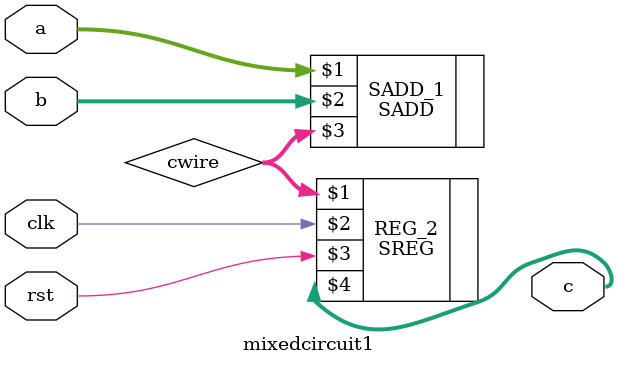
<source format=v>
`timescale 1ns / 1ps
module mixedcircuit1(a, b, c, clk, rst);

input signed [7:0] a;
input [7:0] b;
output signed [7:0] c;
wire signed [7:0] cwire;
input clk, rst;

SADD #(8) SADD_1(a,b,cwire);
SREG #(8) REG_2(cwire,clk, rst, c);

endmodule

</source>
